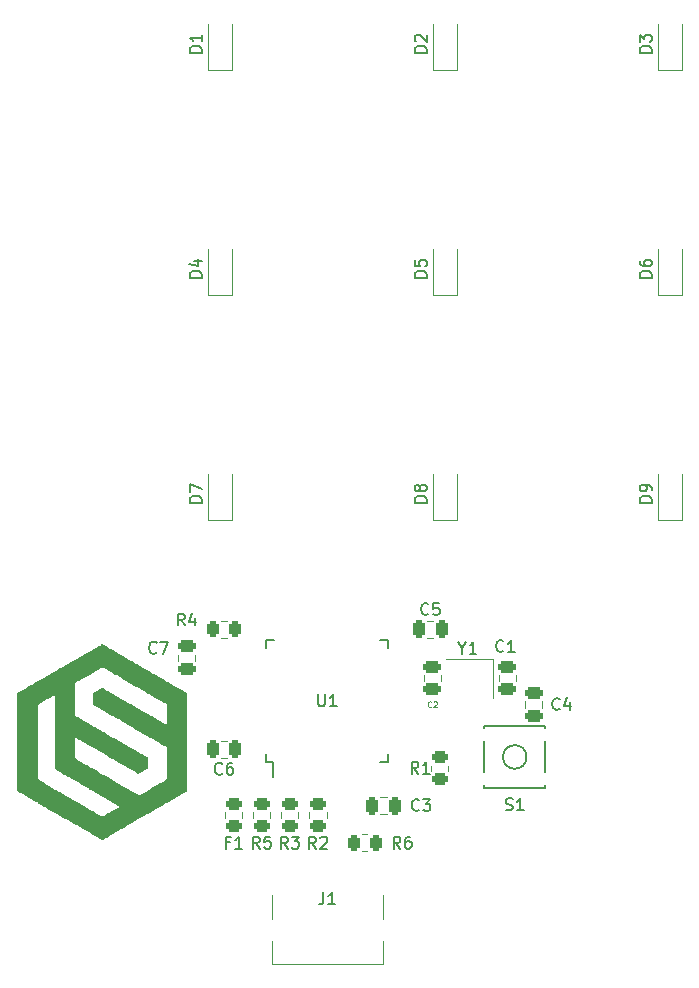
<source format=gbr>
%TF.GenerationSoftware,KiCad,Pcbnew,(6.0.8)*%
%TF.CreationDate,2022-10-08T14:38:13-07:00*%
%TF.ProjectId,9k-Keypad,396b2d4b-6579-4706-9164-2e6b69636164,rev?*%
%TF.SameCoordinates,Original*%
%TF.FileFunction,Legend,Top*%
%TF.FilePolarity,Positive*%
%FSLAX46Y46*%
G04 Gerber Fmt 4.6, Leading zero omitted, Abs format (unit mm)*
G04 Created by KiCad (PCBNEW (6.0.8)) date 2022-10-08 14:38:13*
%MOMM*%
%LPD*%
G01*
G04 APERTURE LIST*
G04 Aperture macros list*
%AMRoundRect*
0 Rectangle with rounded corners*
0 $1 Rounding radius*
0 $2 $3 $4 $5 $6 $7 $8 $9 X,Y pos of 4 corners*
0 Add a 4 corners polygon primitive as box body*
4,1,4,$2,$3,$4,$5,$6,$7,$8,$9,$2,$3,0*
0 Add four circle primitives for the rounded corners*
1,1,$1+$1,$2,$3*
1,1,$1+$1,$4,$5*
1,1,$1+$1,$6,$7*
1,1,$1+$1,$8,$9*
0 Add four rect primitives between the rounded corners*
20,1,$1+$1,$2,$3,$4,$5,0*
20,1,$1+$1,$4,$5,$6,$7,0*
20,1,$1+$1,$6,$7,$8,$9,0*
20,1,$1+$1,$8,$9,$2,$3,0*%
G04 Aperture macros list end*
%ADD10C,0.150000*%
%ADD11C,0.125000*%
%ADD12C,0.120000*%
%ADD13C,3.987800*%
%ADD14C,1.750000*%
%ADD15C,3.500000*%
%ADD16RoundRect,0.250000X-0.262500X-0.450000X0.262500X-0.450000X0.262500X0.450000X-0.262500X0.450000X0*%
%ADD17RoundRect,0.250000X-0.450000X0.262500X-0.450000X-0.262500X0.450000X-0.262500X0.450000X0.262500X0*%
%ADD18R,1.200000X0.900000*%
%ADD19RoundRect,0.250000X-0.475000X0.250000X-0.475000X-0.250000X0.475000X-0.250000X0.475000X0.250000X0*%
%ADD20RoundRect,0.250000X0.450000X-0.262500X0.450000X0.262500X-0.450000X0.262500X-0.450000X-0.262500X0*%
%ADD21C,0.650000*%
%ADD22R,0.600000X1.450000*%
%ADD23R,0.300000X1.450000*%
%ADD24O,1.000000X2.100000*%
%ADD25O,1.000000X1.600000*%
%ADD26RoundRect,0.250000X0.475000X-0.250000X0.475000X0.250000X-0.475000X0.250000X-0.475000X-0.250000X0*%
%ADD27RoundRect,0.250000X-0.250000X-0.475000X0.250000X-0.475000X0.250000X0.475000X-0.250000X0.475000X0*%
%ADD28RoundRect,0.243750X0.456250X-0.243750X0.456250X0.243750X-0.456250X0.243750X-0.456250X-0.243750X0*%
%ADD29R,1.800000X1.100000*%
%ADD30R,0.550000X1.500000*%
%ADD31R,1.500000X0.550000*%
%ADD32R,1.400000X1.200000*%
%ADD33RoundRect,0.250000X0.250000X0.475000X-0.250000X0.475000X-0.250000X-0.475000X0.250000X-0.475000X0*%
G04 APERTURE END LIST*
D10*
%TO.C,R4*%
X102227083Y-128246130D02*
X101893750Y-127769940D01*
X101655654Y-128246130D02*
X101655654Y-127246130D01*
X102036607Y-127246130D01*
X102131845Y-127293750D01*
X102179464Y-127341369D01*
X102227083Y-127436607D01*
X102227083Y-127579464D01*
X102179464Y-127674702D01*
X102131845Y-127722321D01*
X102036607Y-127769940D01*
X101655654Y-127769940D01*
X103084226Y-127579464D02*
X103084226Y-128246130D01*
X102846130Y-127198511D02*
X102608035Y-127912797D01*
X103227083Y-127912797D01*
%TO.C,R3*%
X110958333Y-147133308D02*
X110625000Y-146657118D01*
X110386904Y-147133308D02*
X110386904Y-146133308D01*
X110767857Y-146133308D01*
X110863095Y-146180928D01*
X110910714Y-146228547D01*
X110958333Y-146323785D01*
X110958333Y-146466642D01*
X110910714Y-146561880D01*
X110863095Y-146609499D01*
X110767857Y-146657118D01*
X110386904Y-146657118D01*
X111291666Y-146133308D02*
X111910714Y-146133308D01*
X111577380Y-146514261D01*
X111720238Y-146514261D01*
X111815476Y-146561880D01*
X111863095Y-146609499D01*
X111910714Y-146704737D01*
X111910714Y-146942832D01*
X111863095Y-147038070D01*
X111815476Y-147085689D01*
X111720238Y-147133308D01*
X111434523Y-147133308D01*
X111339285Y-147085689D01*
X111291666Y-147038070D01*
%TO.C,D2*%
X122702460Y-79744425D02*
X121702460Y-79744425D01*
X121702460Y-79506330D01*
X121750080Y-79363472D01*
X121845318Y-79268234D01*
X121940556Y-79220615D01*
X122131032Y-79172996D01*
X122273889Y-79172996D01*
X122464365Y-79220615D01*
X122559603Y-79268234D01*
X122654841Y-79363472D01*
X122702460Y-79506330D01*
X122702460Y-79744425D01*
X121797699Y-78792044D02*
X121750080Y-78744425D01*
X121702460Y-78649187D01*
X121702460Y-78411091D01*
X121750080Y-78315853D01*
X121797699Y-78268234D01*
X121892937Y-78220615D01*
X121988175Y-78220615D01*
X122131032Y-78268234D01*
X122702460Y-78839663D01*
X122702460Y-78220615D01*
%TO.C,C1*%
X129203333Y-130400570D02*
X129155714Y-130448189D01*
X129012857Y-130495808D01*
X128917619Y-130495808D01*
X128774761Y-130448189D01*
X128679523Y-130352951D01*
X128631904Y-130257713D01*
X128584285Y-130067237D01*
X128584285Y-129924380D01*
X128631904Y-129733904D01*
X128679523Y-129638666D01*
X128774761Y-129543428D01*
X128917619Y-129495808D01*
X129012857Y-129495808D01*
X129155714Y-129543428D01*
X129203333Y-129591047D01*
X130155714Y-130495808D02*
X129584285Y-130495808D01*
X129870000Y-130495808D02*
X129870000Y-129495808D01*
X129774761Y-129638666D01*
X129679523Y-129733904D01*
X129584285Y-129781523D01*
%TO.C,D7*%
X103652460Y-117844425D02*
X102652460Y-117844425D01*
X102652460Y-117606330D01*
X102700080Y-117463472D01*
X102795318Y-117368234D01*
X102890556Y-117320615D01*
X103081032Y-117272996D01*
X103223889Y-117272996D01*
X103414365Y-117320615D01*
X103509603Y-117368234D01*
X103604841Y-117463472D01*
X103652460Y-117606330D01*
X103652460Y-117844425D01*
X102652460Y-116939663D02*
X102652460Y-116272996D01*
X103652460Y-116701568D01*
%TO.C,D8*%
X122702460Y-117844425D02*
X121702460Y-117844425D01*
X121702460Y-117606330D01*
X121750080Y-117463472D01*
X121845318Y-117368234D01*
X121940556Y-117320615D01*
X122131032Y-117272996D01*
X122273889Y-117272996D01*
X122464365Y-117320615D01*
X122559603Y-117368234D01*
X122654841Y-117463472D01*
X122702460Y-117606330D01*
X122702460Y-117844425D01*
X122131032Y-116701568D02*
X122083413Y-116796806D01*
X122035794Y-116844425D01*
X121940556Y-116892044D01*
X121892937Y-116892044D01*
X121797699Y-116844425D01*
X121750080Y-116796806D01*
X121702460Y-116701568D01*
X121702460Y-116511091D01*
X121750080Y-116415853D01*
X121797699Y-116368234D01*
X121892937Y-116320615D01*
X121940556Y-116320615D01*
X122035794Y-116368234D01*
X122083413Y-116415853D01*
X122131032Y-116511091D01*
X122131032Y-116701568D01*
X122178651Y-116796806D01*
X122226270Y-116844425D01*
X122321508Y-116892044D01*
X122511984Y-116892044D01*
X122607222Y-116844425D01*
X122654841Y-116796806D01*
X122702460Y-116701568D01*
X122702460Y-116511091D01*
X122654841Y-116415853D01*
X122607222Y-116368234D01*
X122511984Y-116320615D01*
X122321508Y-116320615D01*
X122226270Y-116368234D01*
X122178651Y-116415853D01*
X122131032Y-116511091D01*
%TO.C,R5*%
X108577083Y-147133308D02*
X108243750Y-146657118D01*
X108005654Y-147133308D02*
X108005654Y-146133308D01*
X108386607Y-146133308D01*
X108481845Y-146180928D01*
X108529464Y-146228547D01*
X108577083Y-146323785D01*
X108577083Y-146466642D01*
X108529464Y-146561880D01*
X108481845Y-146609499D01*
X108386607Y-146657118D01*
X108005654Y-146657118D01*
X109481845Y-146133308D02*
X109005654Y-146133308D01*
X108958035Y-146609499D01*
X109005654Y-146561880D01*
X109100892Y-146514261D01*
X109338988Y-146514261D01*
X109434226Y-146561880D01*
X109481845Y-146609499D01*
X109529464Y-146704737D01*
X109529464Y-146942832D01*
X109481845Y-147038070D01*
X109434226Y-147085689D01*
X109338988Y-147133308D01*
X109100892Y-147133308D01*
X109005654Y-147085689D01*
X108958035Y-147038070D01*
%TO.C,R6*%
X120483333Y-147133308D02*
X120150000Y-146657118D01*
X119911904Y-147133308D02*
X119911904Y-146133308D01*
X120292857Y-146133308D01*
X120388095Y-146180928D01*
X120435714Y-146228547D01*
X120483333Y-146323785D01*
X120483333Y-146466642D01*
X120435714Y-146561880D01*
X120388095Y-146609499D01*
X120292857Y-146657118D01*
X119911904Y-146657118D01*
X121340476Y-146133308D02*
X121150000Y-146133308D01*
X121054761Y-146180928D01*
X121007142Y-146228547D01*
X120911904Y-146371404D01*
X120864285Y-146561880D01*
X120864285Y-146942832D01*
X120911904Y-147038070D01*
X120959523Y-147085689D01*
X121054761Y-147133308D01*
X121245238Y-147133308D01*
X121340476Y-147085689D01*
X121388095Y-147038070D01*
X121435714Y-146942832D01*
X121435714Y-146704737D01*
X121388095Y-146609499D01*
X121340476Y-146561880D01*
X121245238Y-146514261D01*
X121054761Y-146514261D01*
X120959523Y-146561880D01*
X120911904Y-146609499D01*
X120864285Y-146704737D01*
%TO.C,J1*%
X113966666Y-150854880D02*
X113966666Y-151569166D01*
X113919047Y-151712023D01*
X113823809Y-151807261D01*
X113680952Y-151854880D01*
X113585714Y-151854880D01*
X114966666Y-151854880D02*
X114395238Y-151854880D01*
X114680952Y-151854880D02*
X114680952Y-150854880D01*
X114585714Y-150997738D01*
X114490476Y-151092976D01*
X114395238Y-151140595D01*
D11*
%TO.C,C2*%
X123106666Y-135116071D02*
X123082857Y-135139880D01*
X123011428Y-135163690D01*
X122963809Y-135163690D01*
X122892380Y-135139880D01*
X122844761Y-135092261D01*
X122820952Y-135044642D01*
X122797142Y-134949404D01*
X122797142Y-134877976D01*
X122820952Y-134782738D01*
X122844761Y-134735119D01*
X122892380Y-134687500D01*
X122963809Y-134663690D01*
X123011428Y-134663690D01*
X123082857Y-134687500D01*
X123106666Y-134711309D01*
X123297142Y-134711309D02*
X123320952Y-134687500D01*
X123368571Y-134663690D01*
X123487619Y-134663690D01*
X123535238Y-134687500D01*
X123559047Y-134711309D01*
X123582857Y-134758928D01*
X123582857Y-134806547D01*
X123559047Y-134877976D01*
X123273333Y-135163690D01*
X123582857Y-135163690D01*
D10*
%TO.C,C7*%
X99845833Y-130532142D02*
X99798214Y-130579761D01*
X99655357Y-130627380D01*
X99560119Y-130627380D01*
X99417261Y-130579761D01*
X99322023Y-130484523D01*
X99274404Y-130389285D01*
X99226785Y-130198809D01*
X99226785Y-130055952D01*
X99274404Y-129865476D01*
X99322023Y-129770238D01*
X99417261Y-129675000D01*
X99560119Y-129627380D01*
X99655357Y-129627380D01*
X99798214Y-129675000D01*
X99845833Y-129722619D01*
X100179166Y-129627380D02*
X100845833Y-129627380D01*
X100417261Y-130627380D01*
%TO.C,R1*%
X122008333Y-140783308D02*
X121675000Y-140307118D01*
X121436904Y-140783308D02*
X121436904Y-139783308D01*
X121817857Y-139783308D01*
X121913095Y-139830928D01*
X121960714Y-139878547D01*
X122008333Y-139973785D01*
X122008333Y-140116642D01*
X121960714Y-140211880D01*
X121913095Y-140259499D01*
X121817857Y-140307118D01*
X121436904Y-140307118D01*
X122960714Y-140783308D02*
X122389285Y-140783308D01*
X122675000Y-140783308D02*
X122675000Y-139783308D01*
X122579761Y-139926166D01*
X122484523Y-140021404D01*
X122389285Y-140069023D01*
%TO.C,C3*%
X122070833Y-143863070D02*
X122023214Y-143910689D01*
X121880357Y-143958308D01*
X121785119Y-143958308D01*
X121642261Y-143910689D01*
X121547023Y-143815451D01*
X121499404Y-143720213D01*
X121451785Y-143529737D01*
X121451785Y-143386880D01*
X121499404Y-143196404D01*
X121547023Y-143101166D01*
X121642261Y-143005928D01*
X121785119Y-142958308D01*
X121880357Y-142958308D01*
X122023214Y-143005928D01*
X122070833Y-143053547D01*
X122404166Y-142958308D02*
X123023214Y-142958308D01*
X122689880Y-143339261D01*
X122832738Y-143339261D01*
X122927976Y-143386880D01*
X122975595Y-143434499D01*
X123023214Y-143529737D01*
X123023214Y-143767832D01*
X122975595Y-143863070D01*
X122927976Y-143910689D01*
X122832738Y-143958308D01*
X122547023Y-143958308D01*
X122451785Y-143910689D01*
X122404166Y-143863070D01*
%TO.C,D5*%
X122702460Y-98794425D02*
X121702460Y-98794425D01*
X121702460Y-98556330D01*
X121750080Y-98413472D01*
X121845318Y-98318234D01*
X121940556Y-98270615D01*
X122131032Y-98222996D01*
X122273889Y-98222996D01*
X122464365Y-98270615D01*
X122559603Y-98318234D01*
X122654841Y-98413472D01*
X122702460Y-98556330D01*
X122702460Y-98794425D01*
X121702460Y-97318234D02*
X121702460Y-97794425D01*
X122178651Y-97842044D01*
X122131032Y-97794425D01*
X122083413Y-97699187D01*
X122083413Y-97461091D01*
X122131032Y-97365853D01*
X122178651Y-97318234D01*
X122273889Y-97270615D01*
X122511984Y-97270615D01*
X122607222Y-97318234D01*
X122654841Y-97365853D01*
X122702460Y-97461091D01*
X122702460Y-97699187D01*
X122654841Y-97794425D01*
X122607222Y-97842044D01*
%TO.C,C4*%
X133977083Y-135294642D02*
X133929464Y-135342261D01*
X133786607Y-135389880D01*
X133691369Y-135389880D01*
X133548511Y-135342261D01*
X133453273Y-135247023D01*
X133405654Y-135151785D01*
X133358035Y-134961309D01*
X133358035Y-134818452D01*
X133405654Y-134627976D01*
X133453273Y-134532738D01*
X133548511Y-134437500D01*
X133691369Y-134389880D01*
X133786607Y-134389880D01*
X133929464Y-134437500D01*
X133977083Y-134485119D01*
X134834226Y-134723214D02*
X134834226Y-135389880D01*
X134596130Y-134342261D02*
X134358035Y-135056547D01*
X134977083Y-135056547D01*
%TO.C,F1*%
X106029166Y-146609499D02*
X105695833Y-146609499D01*
X105695833Y-147133308D02*
X105695833Y-146133308D01*
X106172023Y-146133308D01*
X107076785Y-147133308D02*
X106505357Y-147133308D01*
X106791071Y-147133308D02*
X106791071Y-146133308D01*
X106695833Y-146276166D01*
X106600595Y-146371404D01*
X106505357Y-146419023D01*
%TO.C,D3*%
X141752460Y-79744425D02*
X140752460Y-79744425D01*
X140752460Y-79506330D01*
X140800080Y-79363472D01*
X140895318Y-79268234D01*
X140990556Y-79220615D01*
X141181032Y-79172996D01*
X141323889Y-79172996D01*
X141514365Y-79220615D01*
X141609603Y-79268234D01*
X141704841Y-79363472D01*
X141752460Y-79506330D01*
X141752460Y-79744425D01*
X140752460Y-78839663D02*
X140752460Y-78220615D01*
X141133413Y-78553949D01*
X141133413Y-78411091D01*
X141181032Y-78315853D01*
X141228651Y-78268234D01*
X141323889Y-78220615D01*
X141561984Y-78220615D01*
X141657222Y-78268234D01*
X141704841Y-78315853D01*
X141752460Y-78411091D01*
X141752460Y-78696806D01*
X141704841Y-78792044D01*
X141657222Y-78839663D01*
%TO.C,R2*%
X113339583Y-147133308D02*
X113006250Y-146657118D01*
X112768154Y-147133308D02*
X112768154Y-146133308D01*
X113149107Y-146133308D01*
X113244345Y-146180928D01*
X113291964Y-146228547D01*
X113339583Y-146323785D01*
X113339583Y-146466642D01*
X113291964Y-146561880D01*
X113244345Y-146609499D01*
X113149107Y-146657118D01*
X112768154Y-146657118D01*
X113720535Y-146228547D02*
X113768154Y-146180928D01*
X113863392Y-146133308D01*
X114101488Y-146133308D01*
X114196726Y-146180928D01*
X114244345Y-146228547D01*
X114291964Y-146323785D01*
X114291964Y-146419023D01*
X114244345Y-146561880D01*
X113672916Y-147133308D01*
X114291964Y-147133308D01*
%TO.C,S1*%
X129413095Y-143847189D02*
X129555952Y-143894808D01*
X129794047Y-143894808D01*
X129889285Y-143847189D01*
X129936904Y-143799570D01*
X129984523Y-143704332D01*
X129984523Y-143609094D01*
X129936904Y-143513856D01*
X129889285Y-143466237D01*
X129794047Y-143418618D01*
X129603571Y-143370999D01*
X129508333Y-143323380D01*
X129460714Y-143275761D01*
X129413095Y-143180523D01*
X129413095Y-143085285D01*
X129460714Y-142990047D01*
X129508333Y-142942428D01*
X129603571Y-142894808D01*
X129841666Y-142894808D01*
X129984523Y-142942428D01*
X130936904Y-143894808D02*
X130365476Y-143894808D01*
X130651190Y-143894808D02*
X130651190Y-142894808D01*
X130555952Y-143037666D01*
X130460714Y-143132904D01*
X130365476Y-143180523D01*
%TO.C,D9*%
X141752460Y-117844425D02*
X140752460Y-117844425D01*
X140752460Y-117606330D01*
X140800080Y-117463472D01*
X140895318Y-117368234D01*
X140990556Y-117320615D01*
X141181032Y-117272996D01*
X141323889Y-117272996D01*
X141514365Y-117320615D01*
X141609603Y-117368234D01*
X141704841Y-117463472D01*
X141752460Y-117606330D01*
X141752460Y-117844425D01*
X141752460Y-116796806D02*
X141752460Y-116606330D01*
X141704841Y-116511091D01*
X141657222Y-116463472D01*
X141514365Y-116368234D01*
X141323889Y-116320615D01*
X140942937Y-116320615D01*
X140847699Y-116368234D01*
X140800080Y-116415853D01*
X140752460Y-116511091D01*
X140752460Y-116701568D01*
X140800080Y-116796806D01*
X140847699Y-116844425D01*
X140942937Y-116892044D01*
X141181032Y-116892044D01*
X141276270Y-116844425D01*
X141323889Y-116796806D01*
X141371508Y-116701568D01*
X141371508Y-116511091D01*
X141323889Y-116415853D01*
X141276270Y-116368234D01*
X141181032Y-116320615D01*
%TO.C,D6*%
X141752460Y-98794425D02*
X140752460Y-98794425D01*
X140752460Y-98556330D01*
X140800080Y-98413472D01*
X140895318Y-98318234D01*
X140990556Y-98270615D01*
X141181032Y-98222996D01*
X141323889Y-98222996D01*
X141514365Y-98270615D01*
X141609603Y-98318234D01*
X141704841Y-98413472D01*
X141752460Y-98556330D01*
X141752460Y-98794425D01*
X140752460Y-97365853D02*
X140752460Y-97556330D01*
X140800080Y-97651568D01*
X140847699Y-97699187D01*
X140990556Y-97794425D01*
X141181032Y-97842044D01*
X141561984Y-97842044D01*
X141657222Y-97794425D01*
X141704841Y-97746806D01*
X141752460Y-97651568D01*
X141752460Y-97461091D01*
X141704841Y-97365853D01*
X141657222Y-97318234D01*
X141561984Y-97270615D01*
X141323889Y-97270615D01*
X141228651Y-97318234D01*
X141181032Y-97365853D01*
X141133413Y-97461091D01*
X141133413Y-97651568D01*
X141181032Y-97746806D01*
X141228651Y-97794425D01*
X141323889Y-97842044D01*
%TO.C,D4*%
X103652460Y-98794425D02*
X102652460Y-98794425D01*
X102652460Y-98556330D01*
X102700080Y-98413472D01*
X102795318Y-98318234D01*
X102890556Y-98270615D01*
X103081032Y-98222996D01*
X103223889Y-98222996D01*
X103414365Y-98270615D01*
X103509603Y-98318234D01*
X103604841Y-98413472D01*
X103652460Y-98556330D01*
X103652460Y-98794425D01*
X102985794Y-97365853D02*
X103652460Y-97365853D01*
X102604841Y-97603949D02*
X103319127Y-97842044D01*
X103319127Y-97222996D01*
%TO.C,C5*%
X122864583Y-127264642D02*
X122816964Y-127312261D01*
X122674107Y-127359880D01*
X122578869Y-127359880D01*
X122436011Y-127312261D01*
X122340773Y-127217023D01*
X122293154Y-127121785D01*
X122245535Y-126931309D01*
X122245535Y-126788452D01*
X122293154Y-126597976D01*
X122340773Y-126502738D01*
X122436011Y-126407500D01*
X122578869Y-126359880D01*
X122674107Y-126359880D01*
X122816964Y-126407500D01*
X122864583Y-126455119D01*
X123769345Y-126359880D02*
X123293154Y-126359880D01*
X123245535Y-126836071D01*
X123293154Y-126788452D01*
X123388392Y-126740833D01*
X123626488Y-126740833D01*
X123721726Y-126788452D01*
X123769345Y-126836071D01*
X123816964Y-126931309D01*
X123816964Y-127169404D01*
X123769345Y-127264642D01*
X123721726Y-127312261D01*
X123626488Y-127359880D01*
X123388392Y-127359880D01*
X123293154Y-127312261D01*
X123245535Y-127264642D01*
%TO.C,U1*%
X113538095Y-134083308D02*
X113538095Y-134892832D01*
X113585714Y-134988070D01*
X113633333Y-135035689D01*
X113728571Y-135083308D01*
X113919047Y-135083308D01*
X114014285Y-135035689D01*
X114061904Y-134988070D01*
X114109523Y-134892832D01*
X114109523Y-134083308D01*
X115109523Y-135083308D02*
X114538095Y-135083308D01*
X114823809Y-135083308D02*
X114823809Y-134083308D01*
X114728571Y-134226166D01*
X114633333Y-134321404D01*
X114538095Y-134369023D01*
%TO.C,Y1*%
X125730059Y-130151190D02*
X125730059Y-130627380D01*
X125396726Y-129627380D02*
X125730059Y-130151190D01*
X126063392Y-129627380D01*
X126920535Y-130627380D02*
X126349107Y-130627380D01*
X126634821Y-130627380D02*
X126634821Y-129627380D01*
X126539583Y-129770238D01*
X126444345Y-129865476D01*
X126349107Y-129913095D01*
%TO.C,C6*%
X105402083Y-140780570D02*
X105354464Y-140828189D01*
X105211607Y-140875808D01*
X105116369Y-140875808D01*
X104973511Y-140828189D01*
X104878273Y-140732951D01*
X104830654Y-140637713D01*
X104783035Y-140447237D01*
X104783035Y-140304380D01*
X104830654Y-140113904D01*
X104878273Y-140018666D01*
X104973511Y-139923428D01*
X105116369Y-139875808D01*
X105211607Y-139875808D01*
X105354464Y-139923428D01*
X105402083Y-139971047D01*
X106259226Y-139875808D02*
X106068750Y-139875808D01*
X105973511Y-139923428D01*
X105925892Y-139971047D01*
X105830654Y-140113904D01*
X105783035Y-140304380D01*
X105783035Y-140685332D01*
X105830654Y-140780570D01*
X105878273Y-140828189D01*
X105973511Y-140875808D01*
X106163988Y-140875808D01*
X106259226Y-140828189D01*
X106306845Y-140780570D01*
X106354464Y-140685332D01*
X106354464Y-140447237D01*
X106306845Y-140351999D01*
X106259226Y-140304380D01*
X106163988Y-140256761D01*
X105973511Y-140256761D01*
X105878273Y-140304380D01*
X105830654Y-140351999D01*
X105783035Y-140447237D01*
%TO.C,D1*%
X103652460Y-79744425D02*
X102652460Y-79744425D01*
X102652460Y-79506330D01*
X102700080Y-79363472D01*
X102795318Y-79268234D01*
X102890556Y-79220615D01*
X103081032Y-79172996D01*
X103223889Y-79172996D01*
X103414365Y-79220615D01*
X103509603Y-79268234D01*
X103604841Y-79363472D01*
X103652460Y-79506330D01*
X103652460Y-79744425D01*
X103652460Y-78220615D02*
X103652460Y-78792044D01*
X103652460Y-78506330D02*
X102652460Y-78506330D01*
X102795318Y-78601568D01*
X102890556Y-78696806D01*
X102938175Y-78792044D01*
D12*
%TO.C,R4*%
X105341686Y-129322500D02*
X105795814Y-129322500D01*
X105341686Y-127852500D02*
X105795814Y-127852500D01*
%TO.C,R3*%
X110390000Y-144072614D02*
X110390000Y-144526742D01*
X111860000Y-144072614D02*
X111860000Y-144526742D01*
%TO.C,D2*%
X123250080Y-81256330D02*
X125250080Y-81256330D01*
X123250080Y-81256330D02*
X123250080Y-77356330D01*
X125250080Y-81256330D02*
X125250080Y-77356330D01*
%TO.C,C1*%
X128805000Y-132447176D02*
X128805000Y-132969680D01*
X130275000Y-132447176D02*
X130275000Y-132969680D01*
%TO.C,D7*%
X104200080Y-119356330D02*
X106200080Y-119356330D01*
X106200080Y-119356330D02*
X106200080Y-115456330D01*
X104200080Y-119356330D02*
X104200080Y-115456330D01*
%TO.C,D8*%
X123250080Y-119356330D02*
X125250080Y-119356330D01*
X123250080Y-119356330D02*
X123250080Y-115456330D01*
X125250080Y-119356330D02*
X125250080Y-115456330D01*
%TO.C,R5*%
X109478750Y-144526742D02*
X109478750Y-144072614D01*
X108008750Y-144526742D02*
X108008750Y-144072614D01*
%TO.C,R6*%
X117247936Y-145905000D02*
X117702064Y-145905000D01*
X117247936Y-147375000D02*
X117702064Y-147375000D01*
%TO.C,G\u002A\u002A\u002A*%
G36*
X96706858Y-130654022D02*
G01*
X96691023Y-130669857D01*
X96675187Y-130654022D01*
X96691023Y-130638186D01*
X96706858Y-130654022D01*
G37*
G36*
X92144976Y-144624399D02*
G01*
X91965194Y-144521103D01*
X91825824Y-144441227D01*
X91750374Y-144398181D01*
X91676244Y-144355753D01*
X91561547Y-144289749D01*
X91420510Y-144208372D01*
X91267361Y-144119823D01*
X91227806Y-144096923D01*
X91069197Y-144005312D01*
X90914501Y-143916384D01*
X90779575Y-143839229D01*
X90680276Y-143782935D01*
X90665649Y-143774735D01*
X90577511Y-143721799D01*
X90517226Y-143678562D01*
X90499377Y-143657794D01*
X90474134Y-143635581D01*
X90458733Y-143633781D01*
X90415356Y-143618499D01*
X90331820Y-143577403D01*
X90222072Y-143517619D01*
X90149942Y-143476034D01*
X90028489Y-143405797D01*
X89922620Y-143346772D01*
X89847461Y-143307286D01*
X89824365Y-143296790D01*
X89784489Y-143268003D01*
X89783383Y-143248676D01*
X89775011Y-143224499D01*
X89759845Y-143222060D01*
X89714574Y-143205685D01*
X89617408Y-143157328D01*
X89470437Y-143078146D01*
X89275749Y-142969291D01*
X89035432Y-142831919D01*
X88751575Y-142667183D01*
X88678305Y-142624348D01*
X88534215Y-142540633D01*
X88393428Y-142459923D01*
X88274605Y-142392862D01*
X88211426Y-142358086D01*
X88061256Y-142277214D01*
X88061251Y-141274822D01*
X89770948Y-141274822D01*
X90063903Y-141441236D01*
X90197683Y-141517708D01*
X90367720Y-141615616D01*
X90555641Y-141724341D01*
X90743070Y-141833266D01*
X90816085Y-141875856D01*
X90981352Y-141972107D01*
X91138779Y-142063298D01*
X91275351Y-142141927D01*
X91378058Y-142200493D01*
X91417831Y-142222781D01*
X91474684Y-142254358D01*
X91533467Y-142287512D01*
X91602473Y-142327057D01*
X91689994Y-142377812D01*
X91804324Y-142444592D01*
X91953755Y-142532214D01*
X92146580Y-142645495D01*
X92225437Y-142691851D01*
X92359298Y-142770199D01*
X92479884Y-142840144D01*
X92572726Y-142893332D01*
X92619075Y-142919154D01*
X92677268Y-142951485D01*
X92782700Y-143011312D01*
X92927849Y-143094297D01*
X93105194Y-143196102D01*
X93307212Y-143312387D01*
X93526383Y-143438814D01*
X93755186Y-143571045D01*
X93986097Y-143704739D01*
X94211597Y-143835560D01*
X94424163Y-143959167D01*
X94616274Y-144071223D01*
X94616584Y-144071404D01*
X94792188Y-144172806D01*
X94951242Y-144262332D01*
X95085022Y-144335258D01*
X95184801Y-144386860D01*
X95241855Y-144412415D01*
X95250000Y-144414331D01*
X95299757Y-144399159D01*
X98607108Y-144399159D01*
X98622943Y-144414994D01*
X98638778Y-144399159D01*
X98622943Y-144383323D01*
X98607108Y-144399159D01*
X95299757Y-144399159D01*
X95300210Y-144399021D01*
X95384792Y-144358534D01*
X95478202Y-144305871D01*
X95598800Y-144233985D01*
X95721555Y-144162121D01*
X95794911Y-144120032D01*
X96041941Y-143979760D01*
X96255573Y-143857149D01*
X96412584Y-143765742D01*
X99715586Y-143765742D01*
X99731422Y-143781578D01*
X99747257Y-143765742D01*
X99731422Y-143749907D01*
X99715586Y-143765742D01*
X96412584Y-143765742D01*
X96431457Y-143754755D01*
X96565246Y-143675136D01*
X96652589Y-143620850D01*
X96689140Y-143594456D01*
X96689682Y-143593722D01*
X96688088Y-143583455D01*
X96670719Y-143565849D01*
X96632746Y-143537958D01*
X96569342Y-143496836D01*
X96475677Y-143439538D01*
X96346924Y-143363118D01*
X96331346Y-143354022D01*
X100222320Y-143354022D01*
X100238155Y-143369857D01*
X100253990Y-143354022D01*
X100238155Y-143338186D01*
X100222320Y-143354022D01*
X96331346Y-143354022D01*
X96178254Y-143264629D01*
X95964838Y-143141128D01*
X95701848Y-142989667D01*
X95661721Y-142966594D01*
X95495404Y-142869583D01*
X95346678Y-142780206D01*
X95224913Y-142704304D01*
X95139478Y-142647718D01*
X95099742Y-142616292D01*
X95099564Y-142616070D01*
X95068047Y-142584721D01*
X95059975Y-142587482D01*
X95034705Y-142583538D01*
X94966020Y-142552703D01*
X94864608Y-142501027D01*
X94741160Y-142434556D01*
X94606364Y-142359340D01*
X94470909Y-142281427D01*
X94345485Y-142206864D01*
X94240779Y-142141699D01*
X94167481Y-142091982D01*
X94137107Y-142065295D01*
X94114239Y-142040424D01*
X94110336Y-142045786D01*
X94084216Y-142037212D01*
X94011457Y-142000816D01*
X93900007Y-141940904D01*
X93757818Y-141861782D01*
X93708760Y-141833822D01*
X93793143Y-141833822D01*
X93808978Y-141849657D01*
X93824813Y-141833822D01*
X93808978Y-141817987D01*
X93793143Y-141833822D01*
X93708760Y-141833822D01*
X93592839Y-141767755D01*
X93531858Y-141732512D01*
X93345121Y-141624265D01*
X93163994Y-141519365D01*
X93000359Y-141424686D01*
X92866095Y-141347103D01*
X92773082Y-141293487D01*
X92764096Y-141288323D01*
X92723326Y-141263747D01*
X95693392Y-141263747D01*
X95709227Y-141279583D01*
X95725063Y-141263747D01*
X95709227Y-141247912D01*
X95693392Y-141263747D01*
X92723326Y-141263747D01*
X92665910Y-141229137D01*
X92590708Y-141178604D01*
X92554728Y-141147637D01*
X92554695Y-141147583D01*
X92527147Y-141124727D01*
X92521427Y-141126441D01*
X92490123Y-141117083D01*
X92419658Y-141084401D01*
X92325814Y-141036595D01*
X92224372Y-140981866D01*
X92131112Y-140928412D01*
X92082918Y-140898599D01*
X92038889Y-140872160D01*
X91951415Y-140821213D01*
X91832149Y-140752496D01*
X91692746Y-140672745D01*
X91655362Y-140651444D01*
X91275312Y-140435082D01*
X91268246Y-137671631D01*
X92905392Y-137671631D01*
X92913794Y-138576050D01*
X92922195Y-139480468D01*
X93296369Y-139699225D01*
X93447336Y-139787228D01*
X93591001Y-139870514D01*
X93712232Y-139940341D01*
X93795898Y-139987966D01*
X93803102Y-139992001D01*
X93877612Y-140034180D01*
X93993366Y-140100394D01*
X94136833Y-140182874D01*
X94294482Y-140273850D01*
X94363217Y-140313621D01*
X94527055Y-140408382D01*
X94728960Y-140524975D01*
X94952074Y-140653678D01*
X95179543Y-140784767D01*
X95394510Y-140908520D01*
X95408354Y-140916484D01*
X95711552Y-141091047D01*
X96005471Y-141260552D01*
X96283340Y-141421078D01*
X96538387Y-141568701D01*
X96763839Y-141699499D01*
X96952923Y-141809547D01*
X97098868Y-141894922D01*
X97175397Y-141940079D01*
X97264801Y-141992265D01*
X97329558Y-142028325D01*
X97353506Y-142039682D01*
X97382850Y-142054874D01*
X97457902Y-142097051D01*
X97569756Y-142161115D01*
X97709506Y-142241968D01*
X97850928Y-142324385D01*
X98010288Y-142416371D01*
X98152135Y-142496019D01*
X98266931Y-142558153D01*
X98345138Y-142597595D01*
X98376015Y-142609423D01*
X98414378Y-142594388D01*
X98498162Y-142552368D01*
X98618088Y-142488319D01*
X98764877Y-142407196D01*
X98929251Y-142313956D01*
X98930254Y-142313380D01*
X99048228Y-142245543D01*
X102217581Y-142245543D01*
X102233417Y-142261378D01*
X102249252Y-142245543D01*
X102233417Y-142229707D01*
X102217581Y-142245543D01*
X99048228Y-142245543D01*
X99237957Y-142136445D01*
X99547169Y-141958192D01*
X99845796Y-141785617D01*
X100121742Y-141625715D01*
X100362913Y-141485481D01*
X100499772Y-141405572D01*
X100729719Y-141271005D01*
X100713217Y-138547507D01*
X100333167Y-138327460D01*
X100262489Y-138286690D01*
X100570699Y-138286690D01*
X100586534Y-138302525D01*
X100602369Y-138286690D01*
X100586534Y-138270854D01*
X100570699Y-138286690D01*
X100262489Y-138286690D01*
X100177933Y-138237915D01*
X100027086Y-138151491D01*
X99896748Y-138077388D01*
X99874661Y-138064994D01*
X100032295Y-138064994D01*
X100048130Y-138080830D01*
X100063965Y-138064994D01*
X100048130Y-138049159D01*
X100032295Y-138064994D01*
X99874661Y-138064994D01*
X99803038Y-138024803D01*
X99794763Y-138020234D01*
X99686073Y-137958705D01*
X99552170Y-137880547D01*
X99421692Y-137802479D01*
X99419394Y-137801082D01*
X99317030Y-137739624D01*
X99237590Y-137693421D01*
X99194703Y-137670350D01*
X99191120Y-137669109D01*
X99161065Y-137654088D01*
X99087946Y-137613435D01*
X99046696Y-137589932D01*
X99240524Y-137589932D01*
X99256359Y-137605767D01*
X99272195Y-137589932D01*
X99256359Y-137574096D01*
X99240524Y-137589932D01*
X99046696Y-137589932D01*
X98983218Y-137553764D01*
X98858335Y-137481691D01*
X98724752Y-137403832D01*
X98718086Y-137399907D01*
X98892145Y-137399907D01*
X98907980Y-137415742D01*
X98923816Y-137399907D01*
X98907980Y-137384071D01*
X98892145Y-137399907D01*
X98718086Y-137399907D01*
X98593924Y-137326800D01*
X98477304Y-137257210D01*
X98464589Y-137249541D01*
X98401759Y-137212399D01*
X98293312Y-137149164D01*
X98148586Y-137065245D01*
X97976919Y-136966048D01*
X97787647Y-136856981D01*
X97656983Y-136781851D01*
X97422484Y-136647038D01*
X97163522Y-136497996D01*
X97024848Y-136418111D01*
X100190649Y-136418111D01*
X100206484Y-136433947D01*
X100222320Y-136418111D01*
X100206484Y-136402276D01*
X100190649Y-136418111D01*
X97024848Y-136418111D01*
X96898995Y-136345612D01*
X96647798Y-136200771D01*
X96585393Y-136164745D01*
X99430549Y-136164745D01*
X99446384Y-136180580D01*
X99462220Y-136164745D01*
X99446384Y-136148909D01*
X99430549Y-136164745D01*
X96585393Y-136164745D01*
X96428827Y-136074360D01*
X96390150Y-136052009D01*
X96178283Y-135929664D01*
X96146574Y-135911378D01*
X99145512Y-135911378D01*
X99161347Y-135927214D01*
X99177182Y-135911378D01*
X99161347Y-135895543D01*
X99145512Y-135911378D01*
X96146574Y-135911378D01*
X95930752Y-135786916D01*
X95666842Y-135634874D01*
X95405835Y-135484647D01*
X95211596Y-135372974D01*
X98195387Y-135372974D01*
X98211222Y-135388810D01*
X98227058Y-135372974D01*
X98211222Y-135357139D01*
X98195387Y-135372974D01*
X95211596Y-135372974D01*
X95167016Y-135347344D01*
X95133642Y-135328172D01*
X94825661Y-135151278D01*
X98005362Y-135151278D01*
X98021197Y-135167114D01*
X98037033Y-135151278D01*
X98021197Y-135135443D01*
X98005362Y-135151278D01*
X94825661Y-135151278D01*
X94463044Y-134943003D01*
X94462373Y-134834570D01*
X97371946Y-134834570D01*
X97387781Y-134850406D01*
X97403616Y-134834570D01*
X97387781Y-134818735D01*
X97371946Y-134834570D01*
X94462373Y-134834570D01*
X94461196Y-134644545D01*
X96991896Y-134644545D01*
X97007731Y-134660381D01*
X97023566Y-134644545D01*
X97007731Y-134628710D01*
X96991896Y-134644545D01*
X94461196Y-134644545D01*
X94459877Y-134431439D01*
X94459900Y-134261221D01*
X94461988Y-134117299D01*
X94465824Y-134009713D01*
X94471093Y-133948506D01*
X94475390Y-133938555D01*
X94509350Y-133932371D01*
X94579141Y-133897620D01*
X94600643Y-133884446D01*
X95630050Y-133884446D01*
X95645886Y-133900281D01*
X95661721Y-133884446D01*
X95645886Y-133868610D01*
X95630050Y-133884446D01*
X94600643Y-133884446D01*
X94657382Y-133849682D01*
X94778742Y-133781170D01*
X94865169Y-133757582D01*
X94884910Y-133759938D01*
X94926050Y-133768184D01*
X94911442Y-133751515D01*
X94901621Y-133744486D01*
X94872885Y-133717054D01*
X94877868Y-133710741D01*
X94911801Y-133718174D01*
X94938749Y-133704758D01*
X94979226Y-133668846D01*
X95038560Y-133631435D01*
X95081539Y-133628895D01*
X95110757Y-133628753D01*
X95107341Y-133615015D01*
X95118362Y-133581649D01*
X95171206Y-133545965D01*
X95230476Y-133527252D01*
X95289976Y-133534994D01*
X95373486Y-133573318D01*
X95394688Y-133584757D01*
X95475609Y-133637764D01*
X95526564Y-133688054D01*
X95535523Y-133709595D01*
X95540274Y-133741546D01*
X95561692Y-133717938D01*
X95566709Y-133710256D01*
X95594285Y-133687810D01*
X95604710Y-133719313D01*
X95601345Y-133752199D01*
X95616647Y-133764271D01*
X95628335Y-133758822D01*
X95673880Y-133759347D01*
X95743128Y-133783793D01*
X95810229Y-133819974D01*
X95849333Y-133855703D01*
X95851746Y-133864145D01*
X95876887Y-133887920D01*
X95891520Y-133889724D01*
X95939916Y-133905646D01*
X96018428Y-133946158D01*
X96065080Y-133974180D01*
X96146931Y-134023005D01*
X96206761Y-134053525D01*
X96223249Y-134058674D01*
X96260977Y-134077587D01*
X96323605Y-134124357D01*
X96339652Y-134137851D01*
X96407941Y-134189701D01*
X96459653Y-134217179D01*
X96466335Y-134218412D01*
X96515691Y-134234681D01*
X96594893Y-134274975D01*
X96689589Y-134330178D01*
X96785432Y-134391174D01*
X96868071Y-134448847D01*
X96923156Y-134494081D01*
X96936826Y-134517307D01*
X96934703Y-134529755D01*
X96948979Y-134523127D01*
X96984805Y-134532442D01*
X97063965Y-134568343D01*
X97175536Y-134624735D01*
X97308594Y-134695519D01*
X97452217Y-134774599D01*
X97595481Y-134855878D01*
X97727461Y-134933259D01*
X97837236Y-135000644D01*
X97913881Y-135051937D01*
X97945561Y-135079385D01*
X97979066Y-135106118D01*
X97985150Y-135106477D01*
X98040511Y-135107990D01*
X98092982Y-135138977D01*
X98125458Y-135167774D01*
X98176552Y-135211095D01*
X98202689Y-135225198D01*
X98231104Y-135236164D01*
X98289389Y-135269189D01*
X98355141Y-135310563D01*
X98405956Y-135346574D01*
X98417083Y-135356407D01*
X98458886Y-135377366D01*
X98480424Y-135383267D01*
X98529253Y-135409201D01*
X98538487Y-135422856D01*
X98574841Y-135449455D01*
X98595026Y-135452151D01*
X98654189Y-135469673D01*
X98733501Y-135511291D01*
X98804424Y-135560582D01*
X98832344Y-135588726D01*
X98865401Y-135607096D01*
X98870906Y-135605293D01*
X98906228Y-135615538D01*
X98954460Y-135649784D01*
X99001216Y-135684629D01*
X99018828Y-135688399D01*
X99042961Y-135695498D01*
X99106187Y-135730011D01*
X99193633Y-135783722D01*
X99284550Y-135840760D01*
X99352114Y-135881050D01*
X99380876Y-135895543D01*
X99418396Y-135911128D01*
X99496877Y-135952862D01*
X99603636Y-136013211D01*
X99725988Y-136084644D01*
X99851250Y-136159627D01*
X99966738Y-136230628D01*
X100059770Y-136290114D01*
X100117660Y-136330552D01*
X100127307Y-136338845D01*
X100170084Y-136359234D01*
X100176136Y-136360489D01*
X100217268Y-136378094D01*
X100297908Y-136419956D01*
X100403005Y-136478155D01*
X100440192Y-136499426D01*
X100556564Y-136570209D01*
X100620514Y-136619126D01*
X100637228Y-136650637D01*
X100628894Y-136661681D01*
X100610118Y-136681891D01*
X100648720Y-136680847D01*
X100649876Y-136680664D01*
X100668615Y-136675581D01*
X100683241Y-136662280D01*
X100694262Y-136633701D01*
X100702189Y-136582785D01*
X100707530Y-136502473D01*
X100710794Y-136385705D01*
X100712490Y-136225421D01*
X100713127Y-136014562D01*
X100713217Y-135802314D01*
X100713217Y-134934017D01*
X100565942Y-134847487D01*
X100447590Y-134778787D01*
X100323230Y-134707826D01*
X100280904Y-134684034D01*
X100181354Y-134627892D01*
X100053417Y-134554935D01*
X99907715Y-134471313D01*
X99754872Y-134383175D01*
X99605509Y-134296672D01*
X99495801Y-134232825D01*
X99842270Y-134232825D01*
X99858105Y-134248660D01*
X99873941Y-134232825D01*
X99858105Y-134216989D01*
X99842270Y-134232825D01*
X99495801Y-134232825D01*
X99470248Y-134217954D01*
X99359713Y-134153170D01*
X99284525Y-134108469D01*
X99256359Y-134090872D01*
X99213376Y-134064506D01*
X99132947Y-134018845D01*
X99118887Y-134011129D01*
X102280923Y-134011129D01*
X102296758Y-134026964D01*
X102312594Y-134011129D01*
X102296758Y-133995293D01*
X102280923Y-134011129D01*
X99118887Y-134011129D01*
X99045300Y-133970746D01*
X98946719Y-133916116D01*
X102059227Y-133916116D01*
X102075063Y-133931952D01*
X102090898Y-133916116D01*
X102075063Y-133900281D01*
X102059227Y-133916116D01*
X98946719Y-133916116D01*
X98933652Y-133908875D01*
X98792730Y-133828688D01*
X98647560Y-133744474D01*
X98601908Y-133717597D01*
X98494607Y-133654560D01*
X98344942Y-133567231D01*
X98182365Y-133472725D01*
X101457482Y-133472725D01*
X101473317Y-133488560D01*
X101489153Y-133472725D01*
X101473317Y-133456889D01*
X101457482Y-133472725D01*
X98182365Y-133472725D01*
X98165455Y-133462895D01*
X97968689Y-133348841D01*
X97854275Y-133282700D01*
X100950749Y-133282700D01*
X100966584Y-133298535D01*
X100982419Y-133282700D01*
X101140773Y-133282700D01*
X101156609Y-133298535D01*
X101172444Y-133282700D01*
X101156609Y-133266864D01*
X101140773Y-133282700D01*
X100982419Y-133282700D01*
X100966584Y-133266864D01*
X100950749Y-133282700D01*
X97854275Y-133282700D01*
X97767187Y-133232356D01*
X97704489Y-133196181D01*
X97579936Y-133124346D01*
X100570699Y-133124346D01*
X100586534Y-133140181D01*
X100602369Y-133124346D01*
X100586534Y-133108510D01*
X100570699Y-133124346D01*
X97579936Y-133124346D01*
X97509351Y-133083637D01*
X97273293Y-132947474D01*
X97219467Y-132916423D01*
X100451780Y-132916423D01*
X100456113Y-132918485D01*
X100485015Y-132896190D01*
X100491522Y-132886815D01*
X100499592Y-132857206D01*
X100495260Y-132855144D01*
X100466357Y-132877439D01*
X100459851Y-132886815D01*
X100451780Y-132916423D01*
X97219467Y-132916423D01*
X97085789Y-132839308D01*
X100190649Y-132839308D01*
X100206484Y-132855144D01*
X100222320Y-132839308D01*
X100253990Y-132839308D01*
X100269826Y-132855144D01*
X100285661Y-132839308D01*
X100269826Y-132823473D01*
X100253990Y-132839308D01*
X100222320Y-132839308D01*
X100206484Y-132823473D01*
X100190649Y-132839308D01*
X97085789Y-132839308D01*
X97010260Y-132795737D01*
X96756404Y-132649283D01*
X99778928Y-132649283D01*
X99794763Y-132665119D01*
X99810599Y-132649283D01*
X99794763Y-132633448D01*
X99778928Y-132649283D01*
X96756404Y-132649283D01*
X96734193Y-132636469D01*
X96459035Y-132477713D01*
X96372166Y-132427588D01*
X96643517Y-132427588D01*
X96659352Y-132443423D01*
X96675187Y-132427588D01*
X96659352Y-132411752D01*
X96643517Y-132427588D01*
X96372166Y-132427588D01*
X96198728Y-132327511D01*
X96162626Y-132306679D01*
X95987968Y-132205892D01*
X96358479Y-132205892D01*
X96374315Y-132221727D01*
X96390150Y-132205892D01*
X96374315Y-132190056D01*
X96358479Y-132205892D01*
X95987968Y-132205892D01*
X95384249Y-131857513D01*
X98417083Y-131857513D01*
X98432918Y-131873348D01*
X98448754Y-131857513D01*
X98432918Y-131841677D01*
X98417083Y-131857513D01*
X95384249Y-131857513D01*
X95329365Y-131825842D01*
X95598379Y-131825842D01*
X95614215Y-131841677D01*
X95630050Y-131825842D01*
X95614215Y-131810007D01*
X95598379Y-131825842D01*
X95329365Y-131825842D01*
X95254180Y-131782456D01*
X94879958Y-131997329D01*
X94686282Y-132108693D01*
X94447966Y-132245982D01*
X94175162Y-132403338D01*
X93878022Y-132574901D01*
X93566694Y-132754814D01*
X93251332Y-132937217D01*
X93191397Y-132971902D01*
X92922195Y-133127706D01*
X92914385Y-134487871D01*
X92906576Y-135848037D01*
X93103522Y-135958884D01*
X93229296Y-136029463D01*
X93357248Y-136100931D01*
X93443876Y-136149058D01*
X93581689Y-136227168D01*
X93718458Y-136307920D01*
X93842314Y-136383939D01*
X93941387Y-136447850D01*
X94003807Y-136492280D01*
X94018379Y-136505977D01*
X94052401Y-136531730D01*
X94057806Y-136531997D01*
X94100896Y-136542901D01*
X94171000Y-136574006D01*
X94248439Y-136614732D01*
X94313533Y-136654499D01*
X94346602Y-136682728D01*
X94347213Y-136687587D01*
X94358890Y-136706974D01*
X94372528Y-136708660D01*
X94419478Y-136723394D01*
X94497598Y-136760679D01*
X94589536Y-136810611D01*
X94677944Y-136863281D01*
X94745470Y-136908783D01*
X94774766Y-136937212D01*
X94774938Y-136938425D01*
X94800112Y-136960160D01*
X94814670Y-136961794D01*
X94860398Y-136976187D01*
X94937910Y-137013375D01*
X95031778Y-137064371D01*
X95126577Y-137120189D01*
X95206881Y-137171843D01*
X95257264Y-137210346D01*
X95266333Y-137224913D01*
X95281550Y-137243018D01*
X95309637Y-137248401D01*
X95371352Y-137266317D01*
X95451496Y-137305068D01*
X95529422Y-137352462D01*
X95584484Y-137396311D01*
X95598379Y-137418871D01*
X95617475Y-137441712D01*
X95622133Y-137441011D01*
X95665511Y-137451283D01*
X95744899Y-137486608D01*
X95842945Y-137537904D01*
X95942300Y-137596092D01*
X96025613Y-137652093D01*
X96025936Y-137652334D01*
X96109815Y-137706744D01*
X96186597Y-137743975D01*
X96192207Y-137745863D01*
X96247370Y-137772246D01*
X96263467Y-137792648D01*
X96288710Y-137816206D01*
X96303055Y-137818408D01*
X96344809Y-137834755D01*
X96429359Y-137878232D01*
X96545787Y-137942398D01*
X96683177Y-138020807D01*
X96830611Y-138107018D01*
X96977174Y-138194588D01*
X97111949Y-138277073D01*
X97224018Y-138348030D01*
X97302465Y-138401016D01*
X97334706Y-138427287D01*
X97359661Y-138450888D01*
X97356492Y-138436968D01*
X97371208Y-138432068D01*
X97428454Y-138455192D01*
X97516634Y-138501459D01*
X97536250Y-138512648D01*
X97711799Y-138614638D01*
X97879064Y-138712967D01*
X98029141Y-138802285D01*
X98153123Y-138877245D01*
X98242102Y-138932497D01*
X98287173Y-138962692D01*
X98290399Y-138965539D01*
X98332881Y-138988039D01*
X98344785Y-138991020D01*
X98394177Y-139011900D01*
X98475411Y-139056159D01*
X98569451Y-139112208D01*
X98657260Y-139168456D01*
X98719802Y-139213313D01*
X98737332Y-139230013D01*
X98766636Y-139249277D01*
X98771479Y-139247437D01*
X98807316Y-139253684D01*
X98872452Y-139283634D01*
X98944338Y-139324606D01*
X99000423Y-139363919D01*
X99018828Y-139386535D01*
X99044466Y-139408484D01*
X99064665Y-139411004D01*
X99083407Y-139421654D01*
X99097168Y-139459363D01*
X99107010Y-139532772D01*
X99113993Y-139650521D01*
X99119178Y-139821248D01*
X99120089Y-139862313D01*
X99123104Y-140043274D01*
X99122524Y-140171800D01*
X99117343Y-140258749D01*
X99106559Y-140314975D01*
X99089166Y-140351333D01*
X99073097Y-140370202D01*
X99018078Y-140405361D01*
X98981109Y-140404897D01*
X98960405Y-140402389D01*
X98966391Y-140416492D01*
X98955783Y-140450034D01*
X98901235Y-140484245D01*
X98900025Y-140484732D01*
X98832613Y-140517406D01*
X98730726Y-140573384D01*
X98613408Y-140642093D01*
X98580659Y-140662006D01*
X98474283Y-140726338D01*
X98390004Y-140775569D01*
X98341072Y-140802029D01*
X98334418Y-140804520D01*
X98301346Y-140789113D01*
X98221905Y-140745936D01*
X98103892Y-140679557D01*
X97955107Y-140594544D01*
X97783347Y-140495464D01*
X97596411Y-140386885D01*
X97402098Y-140273375D01*
X97208207Y-140159502D01*
X97093802Y-140091927D01*
X97371946Y-140091927D01*
X97387781Y-140107762D01*
X97403616Y-140091927D01*
X97387781Y-140076091D01*
X97371946Y-140091927D01*
X97093802Y-140091927D01*
X97022535Y-140049832D01*
X96852882Y-139948935D01*
X96707045Y-139861377D01*
X96617689Y-139806889D01*
X96770200Y-139806889D01*
X96786035Y-139822725D01*
X96801871Y-139806889D01*
X96786035Y-139791054D01*
X96770200Y-139806889D01*
X96617689Y-139806889D01*
X96592824Y-139791727D01*
X96518016Y-139744551D01*
X96490441Y-139724479D01*
X96454065Y-139698025D01*
X96438003Y-139696042D01*
X96395650Y-139681152D01*
X96314555Y-139641388D01*
X96207494Y-139584105D01*
X96087237Y-139516660D01*
X95966558Y-139446408D01*
X95934294Y-139426840D01*
X98923816Y-139426840D01*
X98939651Y-139442675D01*
X98955487Y-139426840D01*
X98939651Y-139411004D01*
X98923816Y-139426840D01*
X95934294Y-139426840D01*
X95858230Y-139380707D01*
X95775026Y-139326911D01*
X95729719Y-139292377D01*
X95725063Y-139285445D01*
X95699822Y-139264093D01*
X95685474Y-139262213D01*
X95635810Y-139246111D01*
X95553538Y-139205400D01*
X95453932Y-139149347D01*
X95352268Y-139087219D01*
X95263818Y-139028281D01*
X95203856Y-138981801D01*
X95186659Y-138959596D01*
X95173350Y-138940893D01*
X95166125Y-138945918D01*
X95129809Y-138943316D01*
X95060329Y-138916000D01*
X94977270Y-138874327D01*
X94900216Y-138828652D01*
X94848750Y-138789331D01*
X94838280Y-138772554D01*
X94812714Y-138748585D01*
X94793036Y-138745917D01*
X94735095Y-138725059D01*
X94700617Y-138698411D01*
X97403616Y-138698411D01*
X97419452Y-138714246D01*
X97435287Y-138698411D01*
X97419452Y-138682575D01*
X97403616Y-138698411D01*
X94700617Y-138698411D01*
X94699154Y-138697280D01*
X94653086Y-138659251D01*
X94632890Y-138650954D01*
X94597367Y-138636731D01*
X94513978Y-138594124D01*
X94389426Y-138526906D01*
X94230416Y-138438852D01*
X94043652Y-138333736D01*
X93835840Y-138215330D01*
X93613683Y-138087408D01*
X93383886Y-137953745D01*
X93153154Y-137818115D01*
X93151325Y-137817033D01*
X92905392Y-137671631D01*
X91268246Y-137671631D01*
X91267241Y-137278529D01*
X91265856Y-136837268D01*
X91264027Y-136414330D01*
X91262463Y-136133074D01*
X93096384Y-136133074D01*
X93112220Y-136148909D01*
X93128055Y-136133074D01*
X93112220Y-136117239D01*
X93096384Y-136133074D01*
X91262463Y-136133074D01*
X91261801Y-136013962D01*
X91259223Y-135640412D01*
X91256339Y-135297926D01*
X91253196Y-134990752D01*
X91249841Y-134723137D01*
X91246318Y-134499328D01*
X91242674Y-134323573D01*
X91238955Y-134200118D01*
X91235208Y-134133211D01*
X91232967Y-134121977D01*
X91196441Y-134137775D01*
X91109630Y-134183605D01*
X90976687Y-134257116D01*
X90801766Y-134355960D01*
X90589021Y-134477786D01*
X90342605Y-134620245D01*
X90066673Y-134780988D01*
X90032232Y-134801126D01*
X89770948Y-134953967D01*
X89770948Y-141274822D01*
X88061251Y-141274822D01*
X88061237Y-138112500D01*
X88061218Y-133947787D01*
X88132230Y-133912998D01*
X88181735Y-133886386D01*
X88275823Y-133833739D01*
X88404301Y-133760838D01*
X88556981Y-133673462D01*
X88709975Y-133585310D01*
X88881066Y-133486496D01*
X89042144Y-133393608D01*
X89181585Y-133313339D01*
X89287765Y-133252381D01*
X89343392Y-133220632D01*
X89503923Y-133129146D01*
X89512161Y-133124346D01*
X89580923Y-133124346D01*
X89596758Y-133140181D01*
X89612594Y-133124346D01*
X89596758Y-133108510D01*
X89580923Y-133124346D01*
X89512161Y-133124346D01*
X89618604Y-133062323D01*
X89697084Y-133014303D01*
X89749016Y-132979227D01*
X89776870Y-132957449D01*
X89832721Y-132929749D01*
X89863965Y-132933087D01*
X89894583Y-132932852D01*
X89897631Y-132921168D01*
X89922521Y-132885779D01*
X89980314Y-132846622D01*
X90045698Y-132817115D01*
X90093359Y-132810675D01*
X90099476Y-132814179D01*
X90118031Y-132810421D01*
X90119327Y-132799461D01*
X90145296Y-132770616D01*
X90215523Y-132719616D01*
X90318486Y-132654322D01*
X90412282Y-132599559D01*
X90561752Y-132514085D01*
X90716393Y-132423816D01*
X90851819Y-132343053D01*
X90903180Y-132311651D01*
X90998199Y-132255435D01*
X91068296Y-132218963D01*
X91100387Y-132208934D01*
X91101123Y-132210310D01*
X91120764Y-132209459D01*
X91156547Y-132183475D01*
X91208127Y-132146749D01*
X91214862Y-132142550D01*
X91512843Y-132142550D01*
X91528679Y-132158386D01*
X91544514Y-132142550D01*
X91528679Y-132126715D01*
X91512843Y-132142550D01*
X91214862Y-132142550D01*
X91295928Y-132092011D01*
X91407253Y-132026355D01*
X91529406Y-131956872D01*
X91649690Y-131890653D01*
X91712405Y-131857513D01*
X91861222Y-131857513D01*
X91877058Y-131873348D01*
X91892893Y-131857513D01*
X91877058Y-131841677D01*
X91861222Y-131857513D01*
X91712405Y-131857513D01*
X91755407Y-131834790D01*
X91833861Y-131796375D01*
X91872355Y-131782499D01*
X91873774Y-131782876D01*
X91903911Y-131771182D01*
X91931118Y-131743698D01*
X91973941Y-131706081D01*
X92044355Y-131658282D01*
X92081871Y-131635817D01*
X98163716Y-131635817D01*
X98179552Y-131651653D01*
X98195387Y-131635817D01*
X98179552Y-131619982D01*
X98163716Y-131635817D01*
X92081871Y-131635817D01*
X92128100Y-131608135D01*
X92194218Y-131572475D01*
X97973691Y-131572475D01*
X97989527Y-131588311D01*
X98005362Y-131572475D01*
X97989527Y-131556640D01*
X97973691Y-131572475D01*
X92194218Y-131572475D01*
X92210914Y-131563470D01*
X92278536Y-131532122D01*
X92316704Y-131521922D01*
X92318678Y-131530851D01*
X92323506Y-131539021D01*
X92363974Y-131510105D01*
X92386810Y-131490421D01*
X92459687Y-131431627D01*
X92544047Y-131372285D01*
X92578414Y-131350780D01*
X92652993Y-131350780D01*
X92668828Y-131366615D01*
X92684664Y-131350780D01*
X92668828Y-131334944D01*
X92652993Y-131350780D01*
X92578414Y-131350780D01*
X92624872Y-131321709D01*
X92687146Y-131289210D01*
X92715850Y-131284100D01*
X92716335Y-131286089D01*
X92735693Y-131282431D01*
X92777304Y-131249083D01*
X92837469Y-131204765D01*
X92932284Y-131146780D01*
X93022753Y-131097413D01*
X93119645Y-131046118D01*
X93192089Y-131005167D01*
X93223068Y-130984474D01*
X93267258Y-130950610D01*
X93343674Y-130905150D01*
X93434479Y-130857128D01*
X93521836Y-130815576D01*
X93587909Y-130789529D01*
X93614117Y-130786426D01*
X93633239Y-130783102D01*
X93633545Y-130780705D01*
X93761472Y-130780705D01*
X93777307Y-130796540D01*
X93793143Y-130780705D01*
X93777307Y-130764869D01*
X93761472Y-130780705D01*
X93633545Y-130780705D01*
X93634788Y-130770961D01*
X93659482Y-130733953D01*
X93716925Y-130693496D01*
X93782159Y-130663243D01*
X93830228Y-130656842D01*
X93836633Y-130660563D01*
X93855150Y-130656713D01*
X93856484Y-130645491D01*
X93874288Y-130622351D01*
X93919826Y-130622351D01*
X93935661Y-130638186D01*
X93951497Y-130622351D01*
X93935661Y-130606515D01*
X93919826Y-130622351D01*
X93874288Y-130622351D01*
X93879329Y-130615799D01*
X93911505Y-130590680D01*
X94109851Y-130590680D01*
X94125686Y-130606515D01*
X94141522Y-130590680D01*
X96358479Y-130590680D01*
X96374315Y-130606515D01*
X96390150Y-130590680D01*
X96453492Y-130590680D01*
X96469327Y-130606515D01*
X96485162Y-130590680D01*
X96469327Y-130574845D01*
X96453492Y-130590680D01*
X96390150Y-130590680D01*
X96374315Y-130574845D01*
X96358479Y-130590680D01*
X94141522Y-130590680D01*
X94125686Y-130574845D01*
X94109851Y-130590680D01*
X93911505Y-130590680D01*
X93935348Y-130572066D01*
X94003918Y-130527338D01*
X96263467Y-130527338D01*
X96279302Y-130543174D01*
X96295138Y-130527338D01*
X96279302Y-130511503D01*
X96263467Y-130527338D01*
X94003918Y-130527338D01*
X94005771Y-130526129D01*
X94061199Y-130495667D01*
X94299876Y-130495667D01*
X94315711Y-130511503D01*
X94331547Y-130495667D01*
X96168454Y-130495667D01*
X96184290Y-130511503D01*
X96200125Y-130495667D01*
X96184290Y-130479832D01*
X96168454Y-130495667D01*
X94331547Y-130495667D01*
X94315711Y-130479832D01*
X94299876Y-130495667D01*
X94061199Y-130495667D01*
X94071827Y-130489826D01*
X94114744Y-130474993D01*
X94121480Y-130478384D01*
X94145093Y-130470729D01*
X94196271Y-130432329D01*
X94197972Y-130430877D01*
X94252226Y-130392035D01*
X94282333Y-130384600D01*
X94282516Y-130384820D01*
X94311520Y-130377368D01*
X94322839Y-130368984D01*
X94394888Y-130368984D01*
X94410724Y-130384820D01*
X94426559Y-130368984D01*
X94410724Y-130353149D01*
X94394888Y-130368984D01*
X94322839Y-130368984D01*
X94365089Y-130337689D01*
X94368584Y-130334591D01*
X94429231Y-130288414D01*
X94500345Y-130242301D01*
X95661721Y-130242301D01*
X95677556Y-130258136D01*
X95693392Y-130242301D01*
X95677556Y-130226465D01*
X95661721Y-130242301D01*
X94500345Y-130242301D01*
X94514403Y-130233185D01*
X94609325Y-130177167D01*
X94699224Y-130128621D01*
X94769326Y-130095809D01*
X94804857Y-130086993D01*
X94806609Y-130089648D01*
X94824765Y-130085469D01*
X94860856Y-130052276D01*
X94933292Y-130052276D01*
X94949128Y-130068111D01*
X94964963Y-130052276D01*
X94949128Y-130036441D01*
X94933292Y-130052276D01*
X94860856Y-130052276D01*
X94868707Y-130045055D01*
X94871184Y-130042412D01*
X94928123Y-129990373D01*
X94980943Y-129973841D01*
X95013108Y-129973788D01*
X95044808Y-129954804D01*
X95102091Y-129907049D01*
X95115715Y-129894611D01*
X95181464Y-129841951D01*
X95232050Y-129815483D01*
X95237713Y-129814745D01*
X95278260Y-129830227D01*
X95359830Y-129872087D01*
X95469537Y-129933443D01*
X95563721Y-129988831D01*
X95699441Y-130069172D01*
X95829505Y-130144275D01*
X95935406Y-130203539D01*
X95980607Y-130227576D01*
X96057511Y-130276211D01*
X96087754Y-130316940D01*
X96085502Y-130327586D01*
X96083091Y-130348115D01*
X96098315Y-130341514D01*
X96141391Y-130341407D01*
X96203788Y-130365725D01*
X96264625Y-130402380D01*
X96303015Y-130439285D01*
X96303907Y-130460506D01*
X96308029Y-130470207D01*
X96335691Y-130462282D01*
X96380609Y-130457566D01*
X96390150Y-130470081D01*
X96416916Y-130498410D01*
X96483071Y-130532002D01*
X96500977Y-130538854D01*
X96584086Y-130581982D01*
X96641137Y-130634600D01*
X96645084Y-130641115D01*
X96682156Y-130682855D01*
X96707689Y-130685179D01*
X96741901Y-130694450D01*
X96817842Y-130728795D01*
X96922603Y-130781234D01*
X97043279Y-130844792D01*
X97166963Y-130912491D01*
X97280748Y-130977353D01*
X97371727Y-131032401D01*
X97426994Y-131070657D01*
X97435287Y-131078518D01*
X97470502Y-131102384D01*
X97543678Y-131143152D01*
X97601559Y-131173073D01*
X97685788Y-131220465D01*
X97740381Y-131260835D01*
X97751995Y-131277873D01*
X97771659Y-131292671D01*
X97783666Y-131287438D01*
X97812936Y-131287986D01*
X97815337Y-131297971D01*
X97842072Y-131327798D01*
X97889368Y-131346658D01*
X97965565Y-131379222D01*
X98049230Y-131432798D01*
X98053602Y-131436192D01*
X98122531Y-131485006D01*
X98173183Y-131511601D01*
X98177513Y-131512661D01*
X98235265Y-131533362D01*
X98309860Y-131573497D01*
X98383631Y-131621440D01*
X98438914Y-131665562D01*
X98458045Y-131694236D01*
X98456738Y-131696453D01*
X98454603Y-131712958D01*
X98464589Y-131711359D01*
X98517052Y-131713764D01*
X98568843Y-131727109D01*
X98621604Y-131760641D01*
X98622695Y-131818655D01*
X98622192Y-131820479D01*
X98613693Y-131863264D01*
X98629602Y-131850359D01*
X98634298Y-131843700D01*
X98662390Y-131818708D01*
X98706665Y-131821196D01*
X98786204Y-131852596D01*
X98792862Y-131855587D01*
X98874952Y-131900649D01*
X98929118Y-131945261D01*
X98937562Y-131958501D01*
X98969126Y-131988123D01*
X98986934Y-131984334D01*
X99013291Y-131992763D01*
X99019313Y-132021916D01*
X99025765Y-132057908D01*
X99046577Y-132036965D01*
X99072417Y-132014443D01*
X99094343Y-132049415D01*
X99119912Y-132086148D01*
X99134437Y-132085005D01*
X99172716Y-132082735D01*
X99232021Y-132106739D01*
X99288840Y-132143450D01*
X99319659Y-132179305D01*
X99318868Y-132191405D01*
X99327054Y-132217213D01*
X99350765Y-132221727D01*
X99413137Y-132235756D01*
X99495200Y-132270426D01*
X99576102Y-132314610D01*
X99634992Y-132357183D01*
X99652245Y-132382594D01*
X99671316Y-132401674D01*
X99681362Y-132397495D01*
X99723725Y-132402687D01*
X99760539Y-132429559D01*
X99799348Y-132458609D01*
X99811562Y-132453603D01*
X99824852Y-132454366D01*
X99844070Y-132481696D01*
X99887122Y-132519522D01*
X99915479Y-132520508D01*
X99964891Y-132529113D01*
X100024874Y-132569990D01*
X100079330Y-132615426D01*
X100111527Y-132632910D01*
X100164734Y-132652789D01*
X100225560Y-132708849D01*
X100251273Y-132744296D01*
X100290444Y-132807638D01*
X100272139Y-132744296D01*
X100261121Y-132700465D01*
X100274057Y-132707834D01*
X100301419Y-132742431D01*
X100336780Y-132780162D01*
X100349003Y-132779994D01*
X100373314Y-132779612D01*
X100435055Y-132805712D01*
X100475686Y-132827278D01*
X100551236Y-132874674D01*
X100596556Y-132912630D01*
X100602369Y-132923323D01*
X100626179Y-132934895D01*
X100655374Y-132927829D01*
X100692820Y-132923627D01*
X100687408Y-132962138D01*
X100682400Y-132998936D01*
X100695371Y-132998905D01*
X100739615Y-132996635D01*
X100800348Y-133016383D01*
X100852614Y-133046666D01*
X100871454Y-133075999D01*
X100870062Y-133079282D01*
X100877719Y-133115206D01*
X100891784Y-133127051D01*
X100913996Y-133131316D01*
X100906267Y-133113404D01*
X100898276Y-133080967D01*
X100927563Y-133082870D01*
X100980211Y-133116151D01*
X101000201Y-133133388D01*
X101067528Y-133183707D01*
X101160056Y-133239782D01*
X101188280Y-133254804D01*
X101376670Y-133352734D01*
X101512015Y-133426657D01*
X101598752Y-133479178D01*
X101641313Y-133512905D01*
X101647507Y-133524727D01*
X101672996Y-133549311D01*
X101691830Y-133551902D01*
X101740292Y-133568655D01*
X101820970Y-133612129D01*
X101897691Y-133660608D01*
X101981539Y-133714146D01*
X102039936Y-133745915D01*
X102059227Y-133749567D01*
X102075701Y-133755246D01*
X102109082Y-133791298D01*
X102138567Y-133820901D01*
X102138404Y-133805268D01*
X102134507Y-133783433D01*
X102162940Y-133812694D01*
X102205783Y-133847760D01*
X102228631Y-133847004D01*
X102247616Y-133850584D01*
X102249252Y-133863332D01*
X102264988Y-133895833D01*
X102273005Y-133896856D01*
X102319338Y-133902992D01*
X102364353Y-133915427D01*
X102431948Y-133937423D01*
X102435938Y-138111722D01*
X102436469Y-138712925D01*
X102436827Y-139253947D01*
X102436977Y-139737950D01*
X102436882Y-140168094D01*
X102436508Y-140547541D01*
X102435817Y-140879451D01*
X102434773Y-141166986D01*
X102433341Y-141413307D01*
X102431485Y-141621574D01*
X102429168Y-141794949D01*
X102426354Y-141936593D01*
X102423008Y-142049667D01*
X102419093Y-142137331D01*
X102414573Y-142202747D01*
X102409413Y-142249076D01*
X102403576Y-142279479D01*
X102397025Y-142297117D01*
X102389726Y-142305150D01*
X102388109Y-142305907D01*
X102345968Y-142327182D01*
X102258036Y-142375180D01*
X102133319Y-142444859D01*
X101980825Y-142531174D01*
X101809564Y-142629083D01*
X101762285Y-142656270D01*
X101589538Y-142754931D01*
X101434906Y-142841733D01*
X101306922Y-142912012D01*
X101214114Y-142961102D01*
X101165015Y-142984337D01*
X101160150Y-142985572D01*
X101119080Y-143007256D01*
X101112344Y-143016234D01*
X101065999Y-143052384D01*
X101048100Y-143058527D01*
X100986854Y-143086874D01*
X100953388Y-143110542D01*
X100862847Y-143178242D01*
X100768975Y-143237042D01*
X100688349Y-143277726D01*
X100637546Y-143291075D01*
X100631863Y-143289334D01*
X100604178Y-143291502D01*
X100602369Y-143300492D01*
X100576797Y-143324832D01*
X100508445Y-143372466D01*
X100409862Y-143435849D01*
X100293593Y-143507433D01*
X100172188Y-143579675D01*
X100058193Y-143645028D01*
X99964156Y-143695946D01*
X99902624Y-143724883D01*
X99890651Y-143728501D01*
X99845321Y-143748008D01*
X99842270Y-143750845D01*
X99809407Y-143774661D01*
X99739646Y-143820149D01*
X99648596Y-143877636D01*
X99551868Y-143937446D01*
X99465073Y-143989907D01*
X99403821Y-144025344D01*
X99383831Y-144034944D01*
X99353289Y-144049937D01*
X99281651Y-144089928D01*
X99182199Y-144147438D01*
X99140211Y-144172132D01*
X99010560Y-144248259D01*
X98881318Y-144323384D01*
X98777568Y-144382939D01*
X98765462Y-144389795D01*
X98650410Y-144455203D01*
X98485224Y-144549774D01*
X98274535Y-144670839D01*
X98022973Y-144815733D01*
X97735168Y-144981787D01*
X97415750Y-145166335D01*
X97071073Y-145365713D01*
X96848010Y-145494784D01*
X96617070Y-145628360D01*
X96391879Y-145758564D01*
X96186061Y-145877519D01*
X96013244Y-145977348D01*
X95930923Y-146024866D01*
X95774336Y-146115247D01*
X95626503Y-146200628D01*
X95501213Y-146273041D01*
X95412255Y-146324519D01*
X95392519Y-146335962D01*
X95314004Y-146379726D01*
X95260723Y-146406072D01*
X95250000Y-146409532D01*
X95217934Y-146394452D01*
X95143171Y-146353548D01*
X95037455Y-146293376D01*
X94933292Y-146232720D01*
X94790404Y-146149122D01*
X94648949Y-146067028D01*
X94529135Y-145998135D01*
X94474065Y-145966891D01*
X94402504Y-145926222D01*
X94285789Y-145859348D01*
X94133571Y-145771824D01*
X93955500Y-145669203D01*
X93761227Y-145557041D01*
X93618953Y-145474776D01*
X93366715Y-145328917D01*
X93106311Y-145178491D01*
X92845840Y-145028161D01*
X92593396Y-144882592D01*
X92523890Y-144842550D01*
X92684664Y-144842550D01*
X92700499Y-144858386D01*
X92716335Y-144842550D01*
X92700499Y-144826715D01*
X92684664Y-144842550D01*
X92523890Y-144842550D01*
X92357076Y-144746450D01*
X92144976Y-144624399D01*
G37*
%TO.C,J1*%
X109600000Y-156890000D02*
X119000000Y-156890000D01*
X119000000Y-154990000D02*
X119000000Y-156890000D01*
X119000000Y-151090000D02*
X119000000Y-153090000D01*
X109600000Y-151090000D02*
X109600000Y-153090000D01*
X109600000Y-154990000D02*
X109600000Y-156890000D01*
%TO.C,C2*%
X123925000Y-132969680D02*
X123925000Y-132447176D01*
X122455000Y-132969680D02*
X122455000Y-132447176D01*
%TO.C,C7*%
X103128750Y-130707498D02*
X103128750Y-131230002D01*
X101658750Y-130707498D02*
X101658750Y-131230002D01*
%TO.C,R1*%
X124560000Y-140557992D02*
X124560000Y-140103864D01*
X123090000Y-140557992D02*
X123090000Y-140103864D01*
%TO.C,C3*%
X118801248Y-144240928D02*
X119323752Y-144240928D01*
X118801248Y-142770928D02*
X119323752Y-142770928D01*
%TO.C,D5*%
X125250080Y-100306330D02*
X125250080Y-96406330D01*
X123250080Y-100306330D02*
X125250080Y-100306330D01*
X123250080Y-100306330D02*
X123250080Y-96406330D01*
%TO.C,C4*%
X132497500Y-135198752D02*
X132497500Y-134676248D01*
X131027500Y-135198752D02*
X131027500Y-134676248D01*
%TO.C,F1*%
X105652500Y-144558256D02*
X105652500Y-144041100D01*
X107072500Y-144558256D02*
X107072500Y-144041100D01*
%TO.C,D3*%
X142300080Y-81256330D02*
X144300080Y-81256330D01*
X144300080Y-81256330D02*
X144300080Y-77356330D01*
X142300080Y-81256330D02*
X142300080Y-77356330D01*
%TO.C,R2*%
X112771250Y-144072614D02*
X112771250Y-144526742D01*
X114241250Y-144072614D02*
X114241250Y-144526742D01*
D10*
%TO.C,S1*%
X127575000Y-141978428D02*
X127575000Y-136778428D01*
X127575000Y-136778428D02*
X132775000Y-136778428D01*
X132775000Y-136778428D02*
X132775000Y-141978428D01*
X132775000Y-141978428D02*
X127575000Y-141978428D01*
X131175000Y-139378428D02*
G75*
G03*
X131175000Y-139378428I-1000000J0D01*
G01*
D12*
%TO.C,D9*%
X142300080Y-119356330D02*
X142300080Y-115456330D01*
X142300080Y-119356330D02*
X144300080Y-119356330D01*
X144300080Y-119356330D02*
X144300080Y-115456330D01*
%TO.C,D6*%
X142300080Y-100306330D02*
X142300080Y-96406330D01*
X144300080Y-100306330D02*
X144300080Y-96406330D01*
X142300080Y-100306330D02*
X144300080Y-100306330D01*
%TO.C,D4*%
X104200080Y-100306330D02*
X106200080Y-100306330D01*
X104200080Y-100306330D02*
X104200080Y-96406330D01*
X106200080Y-100306330D02*
X106200080Y-96406330D01*
%TO.C,C5*%
X122769998Y-129322500D02*
X123292502Y-129322500D01*
X122769998Y-127852500D02*
X123292502Y-127852500D01*
D10*
%TO.C,U1*%
X109125000Y-129455928D02*
X109125000Y-130130928D01*
X109700000Y-139805928D02*
X109700000Y-141080928D01*
X109125000Y-139805928D02*
X109125000Y-139130928D01*
X109125000Y-139805928D02*
X109700000Y-139805928D01*
X119475000Y-129455928D02*
X118800000Y-129455928D01*
X119475000Y-139805928D02*
X118800000Y-139805928D01*
X119475000Y-139805928D02*
X119475000Y-139130928D01*
X109125000Y-129455928D02*
X109800000Y-129455928D01*
X119475000Y-129455928D02*
X119475000Y-130130928D01*
D12*
%TO.C,Y1*%
X128365000Y-134358428D02*
X128365000Y-131058428D01*
X128365000Y-131058428D02*
X124365000Y-131058428D01*
%TO.C,C6*%
X105830002Y-139478428D02*
X105307498Y-139478428D01*
X105830002Y-138008428D02*
X105307498Y-138008428D01*
%TO.C,D1*%
X106200080Y-81256330D02*
X106200080Y-77356330D01*
X104200080Y-81256330D02*
X104200080Y-77356330D01*
X104200080Y-81256330D02*
X106200080Y-81256330D01*
%TD*%
%LPC*%
D13*
%TO.C,MX5*%
X114725080Y-98056330D03*
D14*
X109645080Y-98056330D03*
X119805080Y-98056330D03*
%TD*%
D15*
%TO.C,REF\u002A\u002A*%
X85725000Y-69056250D03*
%TD*%
D16*
%TO.C,R4*%
X104656250Y-128587500D03*
X106481250Y-128587500D03*
%TD*%
D13*
%TO.C,MX8*%
X114725080Y-117106330D03*
D14*
X119805080Y-117106330D03*
X109645080Y-117106330D03*
%TD*%
D17*
%TO.C,R3*%
X111125000Y-143387178D03*
X111125000Y-145212178D03*
%TD*%
D18*
%TO.C,D2*%
X124250080Y-80656330D03*
X124250080Y-77356330D03*
%TD*%
D13*
%TO.C,MX7*%
X95675080Y-117106330D03*
D14*
X90595080Y-117106330D03*
X100755080Y-117106330D03*
%TD*%
D15*
%TO.C,REF\u002A\u002A*%
X143668750Y-151606250D03*
%TD*%
D19*
%TO.C,C1*%
X129540000Y-131758428D03*
X129540000Y-133658428D03*
%TD*%
D18*
%TO.C,D7*%
X105200080Y-118756330D03*
X105200080Y-115456330D03*
%TD*%
%TO.C,D8*%
X124250080Y-118756330D03*
X124250080Y-115456330D03*
%TD*%
D20*
%TO.C,R5*%
X108743750Y-145212178D03*
X108743750Y-143387178D03*
%TD*%
D16*
%TO.C,R6*%
X116562500Y-146640000D03*
X118387500Y-146640000D03*
%TD*%
D13*
%TO.C,MX9*%
X133775080Y-117106330D03*
D14*
X128695080Y-117106330D03*
X138855080Y-117106330D03*
%TD*%
D13*
%TO.C,MX3*%
X133775080Y-79006330D03*
D14*
X138855080Y-79006330D03*
X128695080Y-79006330D03*
%TD*%
D21*
%TO.C,J1*%
X117190000Y-150390000D03*
X111410000Y-150390000D03*
D22*
X111050000Y-148945000D03*
X111850000Y-148945000D03*
D23*
X113050000Y-148945000D03*
X114050000Y-148945000D03*
X114550000Y-148945000D03*
X115550000Y-148945000D03*
D22*
X116750000Y-148945000D03*
X117550000Y-148945000D03*
X117550000Y-148945000D03*
X116750000Y-148945000D03*
D23*
X116050000Y-148945000D03*
X115050000Y-148945000D03*
X113550000Y-148945000D03*
X112550000Y-148945000D03*
D22*
X111850000Y-148945000D03*
X111050000Y-148945000D03*
D24*
X118620000Y-149860000D03*
D25*
X109980000Y-154040000D03*
X118620000Y-154040000D03*
D24*
X109980000Y-149860000D03*
%TD*%
D26*
%TO.C,C2*%
X123190000Y-133658428D03*
X123190000Y-131758428D03*
%TD*%
D14*
%TO.C,MX6*%
X128695080Y-98056330D03*
X138855080Y-98056330D03*
D13*
X133775080Y-98056330D03*
%TD*%
D15*
%TO.C,REF\u002A\u002A*%
X143668750Y-69056250D03*
%TD*%
%TO.C,REF\u002A\u002A*%
X85725000Y-151606250D03*
%TD*%
D19*
%TO.C,C7*%
X102393750Y-130018750D03*
X102393750Y-131918750D03*
%TD*%
D20*
%TO.C,R1*%
X123825000Y-141243428D03*
X123825000Y-139418428D03*
%TD*%
D27*
%TO.C,C3*%
X118112500Y-143505928D03*
X120012500Y-143505928D03*
%TD*%
D18*
%TO.C,D5*%
X124250080Y-99706330D03*
X124250080Y-96406330D03*
%TD*%
D26*
%TO.C,C4*%
X131762500Y-135887500D03*
X131762500Y-133987500D03*
%TD*%
D28*
%TO.C,F1*%
X106362500Y-145237178D03*
X106362500Y-143362178D03*
%TD*%
D18*
%TO.C,D3*%
X143300080Y-80656330D03*
X143300080Y-77356330D03*
%TD*%
D17*
%TO.C,R2*%
X113506250Y-143387178D03*
X113506250Y-145212178D03*
%TD*%
D29*
%TO.C,S1*%
X133275000Y-141228428D03*
X127075000Y-137528428D03*
X133275000Y-137528428D03*
X127075000Y-141228428D03*
%TD*%
D18*
%TO.C,D9*%
X143300080Y-118756330D03*
X143300080Y-115456330D03*
%TD*%
%TO.C,D6*%
X143300080Y-99706330D03*
X143300080Y-96406330D03*
%TD*%
%TO.C,D4*%
X105200080Y-99706330D03*
X105200080Y-96406330D03*
%TD*%
D14*
%TO.C,MX2*%
X119805080Y-79006330D03*
D13*
X114725080Y-79006330D03*
D14*
X109645080Y-79006330D03*
%TD*%
%TO.C,MX4*%
X100755080Y-98056330D03*
X90595080Y-98056330D03*
D13*
X95675080Y-98056330D03*
%TD*%
D27*
%TO.C,C5*%
X122081250Y-128587500D03*
X123981250Y-128587500D03*
%TD*%
D30*
%TO.C,U1*%
X110300000Y-140330928D03*
X111100000Y-140330928D03*
X111900000Y-140330928D03*
X112700000Y-140330928D03*
X113500000Y-140330928D03*
X114300000Y-140330928D03*
X115100000Y-140330928D03*
X115900000Y-140330928D03*
X116700000Y-140330928D03*
X117500000Y-140330928D03*
X118300000Y-140330928D03*
D31*
X120000000Y-138630928D03*
X120000000Y-137830928D03*
X120000000Y-137030928D03*
X120000000Y-136230928D03*
X120000000Y-135430928D03*
X120000000Y-134630928D03*
X120000000Y-133830928D03*
X120000000Y-133030928D03*
X120000000Y-132230928D03*
X120000000Y-131430928D03*
X120000000Y-130630928D03*
D30*
X118300000Y-128930928D03*
X117500000Y-128930928D03*
X116700000Y-128930928D03*
X115900000Y-128930928D03*
X115100000Y-128930928D03*
X114300000Y-128930928D03*
X113500000Y-128930928D03*
X112700000Y-128930928D03*
X111900000Y-128930928D03*
X111100000Y-128930928D03*
X110300000Y-128930928D03*
D31*
X108600000Y-130630928D03*
X108600000Y-131430928D03*
X108600000Y-132230928D03*
X108600000Y-133030928D03*
X108600000Y-133830928D03*
X108600000Y-134630928D03*
X108600000Y-135430928D03*
X108600000Y-136230928D03*
X108600000Y-137030928D03*
X108600000Y-137830928D03*
X108600000Y-138630928D03*
%TD*%
D32*
%TO.C,Y1*%
X127465000Y-131858428D03*
X125265000Y-131858428D03*
X125265000Y-133558428D03*
X127465000Y-133558428D03*
%TD*%
D33*
%TO.C,C6*%
X106518750Y-138743428D03*
X104618750Y-138743428D03*
%TD*%
D18*
%TO.C,D1*%
X105200080Y-80656330D03*
X105200080Y-77356330D03*
%TD*%
D14*
%TO.C,MX1*%
X100755080Y-79006330D03*
X90595080Y-79006330D03*
D13*
X95675080Y-79006330D03*
%TD*%
M02*

</source>
